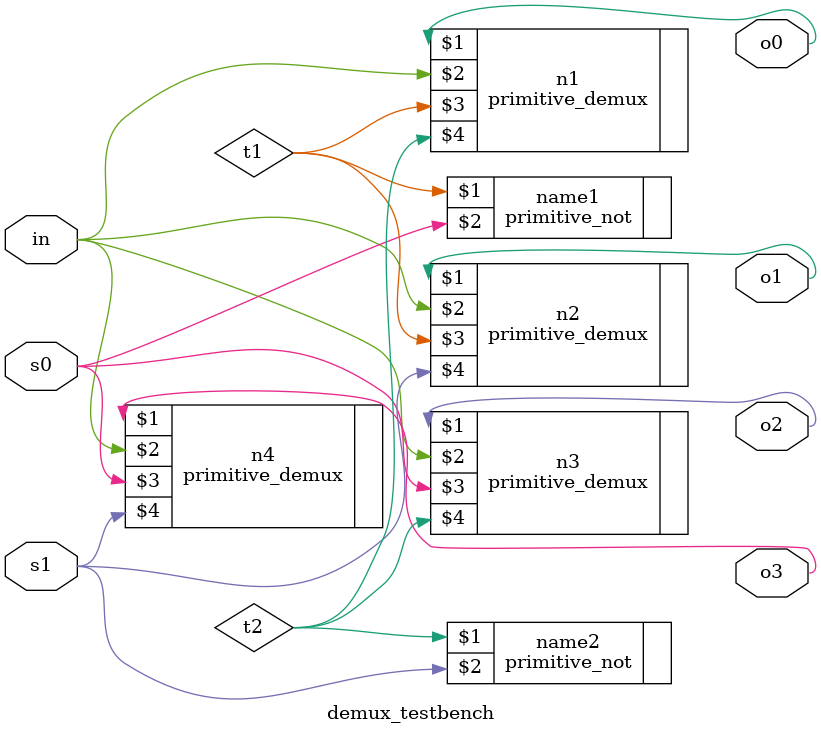
<source format=v>
`timescale 1ns / 1ps
`include "primitive_demux.v"
`include "primitive_not.v"
module demux_testbench(in,s0,s1,o0,o1,o2,o3);
input in,s0,s1;
output o0,o1,o2,o3;
wire t1,t2;
primitive_not name1(t1,s0);
primitive_not name2(t2,s1);

primitive_demux n1(o0,in,t1,t2);

primitive_demux n2(o1,in,t1,s1);

primitive_demux n3(o2,in,s0,t2);

primitive_demux n4(o3,in,s0,s1);

endmodule
/*primitive_demux n1(y0,s0,s1,in);
primitive_demux n2(y1,s0,s1,in);
primitive_demux n3(y2,s0,s1,in);
primitive_demux n4(y3,s0,s1,in);
initial
begin
$monitor($time,"y0=%b,y1=%b,y2=%b,y3=%b,in=%b,s0=%b,s1=%b",y0,y1,y2,y3,in,s0,s1);
end
initial
begin
 s0=1'b0; s1=1'b0; in=1'b1;
 s0=1'b0; s1=1'b1;
 s0=1'b1; s1=1'b0;
 s0=1'b1; s1=1'b1;

end
endmodule

*/
</source>
